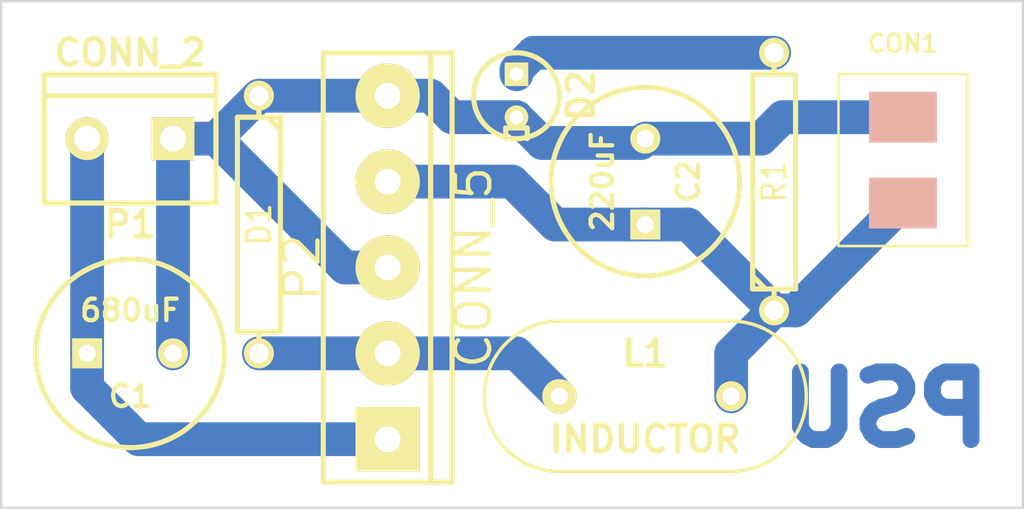
<source format=kicad_pcb>
(kicad_pcb (version 3) (host pcbnew "(2013-mar-13)-testing")

  (general
    (links 16)
    (no_connects 0)
    (area 17.704999 14.656999 78.307001 44.779001)
    (thickness 1.6)
    (drawings 6)
    (tracks 35)
    (zones 0)
    (modules 9)
    (nets 6)
  )

  (page A4)
  (layers
    (15 F.Cu signal)
    (0 B.Cu signal)
    (16 B.Adhes user)
    (17 F.Adhes user)
    (18 B.Paste user)
    (19 F.Paste user)
    (20 B.SilkS user)
    (21 F.SilkS user)
    (22 B.Mask user)
    (23 F.Mask user)
    (24 Dwgs.User user)
    (25 Cmts.User user)
    (26 Eco1.User user)
    (27 Eco2.User user)
    (28 Edge.Cuts user)
  )

  (setup
    (last_trace_width 2)
    (trace_clearance 0.254)
    (zone_clearance 0.508)
    (zone_45_only no)
    (trace_min 0.254)
    (segment_width 0.2)
    (edge_width 0.15)
    (via_size 0.889)
    (via_drill 0.635)
    (via_min_size 0.889)
    (via_min_drill 0.508)
    (uvia_size 0.508)
    (uvia_drill 0.127)
    (uvias_allowed no)
    (uvia_min_size 0.508)
    (uvia_min_drill 0.127)
    (pcb_text_width 0.3)
    (pcb_text_size 1 1)
    (mod_edge_width 0.15)
    (mod_text_size 1 1)
    (mod_text_width 0.15)
    (pad_size 4 3)
    (pad_drill 0)
    (pad_to_mask_clearance 0)
    (aux_axis_origin 0 0)
    (visible_elements 7FFFEFFF)
    (pcbplotparams
      (layerselection 1)
      (usegerberextensions true)
      (excludeedgelayer true)
      (linewidth 0.150000)
      (plotframeref false)
      (viasonmask false)
      (mode 1)
      (useauxorigin false)
      (hpglpennumber 1)
      (hpglpenspeed 20)
      (hpglpendiameter 15)
      (hpglpenoverlay 2)
      (psnegative false)
      (psa4output false)
      (plotreference true)
      (plotvalue true)
      (plotothertext true)
      (plotinvisibletext false)
      (padsonsilk false)
      (subtractmaskfromsilk false)
      (outputformat 1)
      (mirror false)
      (drillshape 0)
      (scaleselection 1)
      (outputdirectory ""))
  )

  (net 0 "")
  (net 1 N-0000010)
  (net 2 N-0000011)
  (net 3 N-0000012)
  (net 4 N-000004)
  (net 5 N-000009)

  (net_class Default "This is the default net class."
    (clearance 0.254)
    (trace_width 2)
    (via_dia 0.889)
    (via_drill 0.635)
    (uvia_dia 0.508)
    (uvia_drill 0.127)
    (add_net "")
    (add_net N-0000010)
    (add_net N-0000011)
    (add_net N-0000012)
    (add_net N-000004)
    (add_net N-000009)
  )

  (net_class Netclass ""
    (clearance 0.254)
    (trace_width 2)
    (via_dia 0.889)
    (via_drill 0.635)
    (uvia_dia 0.508)
    (uvia_drill 0.127)
  )

  (module USB_MINI_B (layer F.Cu) (tedit 5320F227) (tstamp 53219CCA)
    (at 71.12 24.13 180)
    (descr "USB Mini-B 5-pin SMD connector")
    (tags "USB, Mini-B, connector")
    (path /5320B6BD)
    (attr virtual)
    (fp_text reference CON1 (at 0 6.90118 180) (layer F.SilkS)
      (effects (font (size 1.016 1.016) (thickness 0.2032)))
    )
    (fp_text value USB-MINI-B (at 0 -7.0993 180) (layer F.SilkS) hide
      (effects (font (size 1.016 1.016) (thickness 0.2032)))
    )
    (fp_line (start -3.81 -5.08) (end 3.81 -5.08) (layer F.SilkS) (width 0.15))
    (fp_line (start 3.81 -5.08) (end 3.81 5.08) (layer F.SilkS) (width 0.15))
    (fp_line (start 3.81 5.08) (end -3.81 5.08) (layer F.SilkS) (width 0.15))
    (fp_line (start -3.81 5.08) (end -3.81 -5.08) (layer F.SilkS) (width 0.15))
    (pad 1 smd rect (at 0 -2.54 180) (size 4 3)
      (layers *.Adhes *.Paste *.SilkS *.Mask B.Cu Dwgs.User Eco1.User Eco2.User)
      (net 2 N-0000011)
    )
    (pad 5 smd rect (at 0 2.54 180) (size 4 3)
      (layers *.Adhes *.Paste *.SilkS *.Mask B.Cu Dwgs.User Eco1.User Eco2.User)
      (net 5 N-000009)
    )
  )

  (module C2V10 (layer F.Cu) (tedit 5320CBDE) (tstamp 5320D523)
    (at 25.4 35.56)
    (descr "Condensateur polarise")
    (tags CP)
    (path /5320B21F)
    (fp_text reference C1 (at 0 2.54) (layer F.SilkS)
      (effects (font (size 1.27 1.27) (thickness 0.254)))
    )
    (fp_text value 680uF (at 0 -2.54) (layer F.SilkS)
      (effects (font (size 1.27 1.27) (thickness 0.254)))
    )
    (fp_circle (center 0 0) (end 4.826 -2.794) (layer F.SilkS) (width 0.3048))
    (pad 1 thru_hole rect (at -2.54 0) (size 1.778 1.778) (drill 1.016)
      (layers *.Cu *.Mask F.SilkS)
      (net 3 N-0000012)
    )
    (pad 2 thru_hole circle (at 2.54 0) (size 1.778 1.778) (drill 1.016)
      (layers *.Cu *.Mask F.SilkS)
      (net 5 N-000009)
    )
    (model discret/c_vert_c2v10.wrl
      (at (xyz 0 0 0))
      (scale (xyz 1 1 1))
      (rotate (xyz 0 0 0))
    )
  )

  (module C2V10 (layer F.Cu) (tedit 5320D7CB) (tstamp 5320DAD9)
    (at 55.88 25.4 90)
    (descr "Condensateur polarise")
    (tags CP)
    (path /5320B22C)
    (fp_text reference C2 (at 0 2.54 90) (layer F.SilkS)
      (effects (font (size 1.27 1.27) (thickness 0.254)))
    )
    (fp_text value 220uF (at 0 -2.54 270) (layer F.SilkS)
      (effects (font (size 1.27 1.27) (thickness 0.254)))
    )
    (fp_circle (center 0 0) (end 4.826 -2.794) (layer F.SilkS) (width 0.3048))
    (pad 1 thru_hole rect (at -2.54 0 90) (size 1.778 1.778) (drill 1.016)
      (layers *.Cu *.Mask F.SilkS)
      (net 2 N-0000011)
    )
    (pad 2 thru_hole circle (at 2.54 0 90) (size 1.778 1.778) (drill 1.016)
      (layers *.Cu *.Mask F.SilkS)
      (net 5 N-000009)
    )
    (model discret/c_vert_c2v10.wrl
      (at (xyz 0 0 0))
      (scale (xyz 1 1 1))
      (rotate (xyz 0 0 0))
    )
  )

  (module R6 (layer F.Cu) (tedit 200000) (tstamp 5320D2AE)
    (at 33.02 27.94 270)
    (descr "Resistance 6 pas")
    (tags R)
    (path /5320B2A9)
    (autoplace_cost180 10)
    (fp_text reference D1 (at 0 0 270) (layer F.SilkS)
      (effects (font (size 1.397 1.27) (thickness 0.2032)))
    )
    (fp_text value 1N5824 (at 0.254 0 270) (layer F.SilkS) hide
      (effects (font (size 1.397 1.27) (thickness 0.2032)))
    )
    (fp_line (start -6.35 -1.27) (end 6.35 -1.27) (layer F.SilkS) (width 0.3048))
    (fp_line (start 6.35 -1.27) (end 6.35 1.27) (layer F.SilkS) (width 0.3048))
    (fp_line (start 6.35 1.27) (end -6.35 1.27) (layer F.SilkS) (width 0.3048))
    (fp_line (start 6.35 0) (end 7.62 0) (layer F.SilkS) (width 0.3048))
    (fp_line (start -7.62 0) (end -6.35 0) (layer F.SilkS) (width 0.3048))
    (fp_line (start -6.35 -0.508) (end -5.588 -1.27) (layer F.SilkS) (width 0.3048))
    (fp_line (start -6.35 -1.27) (end -6.35 1.27) (layer F.SilkS) (width 0.3048))
    (pad 1 thru_hole circle (at -7.62 0 270) (size 1.778 1.778) (drill 1.143)
      (layers *.Cu *.Mask F.SilkS)
      (net 5 N-000009)
    )
    (pad 2 thru_hole circle (at 7.62 0 270) (size 1.778 1.778) (drill 1.143)
      (layers *.Cu *.Mask F.SilkS)
      (net 4 N-000004)
    )
    (model discret/resistor.wrl
      (at (xyz 0 0 0))
      (scale (xyz 0.6 0.6 0.6))
      (rotate (xyz 0 0 0))
    )
  )

  (module LEDV (layer F.Cu) (tedit 200000) (tstamp 5320C464)
    (at 48.26 20.32 270)
    (descr "Led verticale diam 6mm")
    (tags "LED DEV")
    (path /5320B2CC)
    (fp_text reference D2 (at 0 -3.81 270) (layer F.SilkS)
      (effects (font (thickness 0.3048)))
    )
    (fp_text value LED (at 0 -3.81 270) (layer F.SilkS) hide
      (effects (font (thickness 0.3048)))
    )
    (fp_circle (center 0 0) (end -2.54 0) (layer F.SilkS) (width 0.3048))
    (fp_line (start 2.54 -0.635) (end 1.905 -0.635) (layer F.SilkS) (width 0.3048))
    (fp_line (start 1.905 -0.635) (end 1.905 0.635) (layer F.SilkS) (width 0.3048))
    (fp_line (start 1.905 0.635) (end 2.54 0.635) (layer F.SilkS) (width 0.3048))
    (pad 1 thru_hole rect (at -1.27 0 270) (size 1.397 1.397) (drill 0.8128)
      (layers *.Cu *.Mask F.SilkS)
      (net 1 N-0000010)
    )
    (pad 2 thru_hole circle (at 1.27 0 270) (size 1.397 1.397) (drill 0.8128)
      (layers *.Cu *.Mask F.SilkS)
      (net 5 N-000009)
    )
    (model discret/led5_vertical.wrl
      (at (xyz 0 0 0))
      (scale (xyz 1 1 1))
      (rotate (xyz 0 0 0))
    )
  )

  (module R6 (layer F.Cu) (tedit 200000) (tstamp 5320D435)
    (at 63.5 25.4 90)
    (descr "Resistance 6 pas")
    (tags R)
    (path /5320B2BD)
    (autoplace_cost180 10)
    (fp_text reference R1 (at 0 0 90) (layer F.SilkS)
      (effects (font (size 1.397 1.27) (thickness 0.2032)))
    )
    (fp_text value 230 (at 0.254 0 90) (layer F.SilkS) hide
      (effects (font (size 1.397 1.27) (thickness 0.2032)))
    )
    (fp_line (start -6.35 -1.27) (end 6.35 -1.27) (layer F.SilkS) (width 0.3048))
    (fp_line (start 6.35 -1.27) (end 6.35 1.27) (layer F.SilkS) (width 0.3048))
    (fp_line (start 6.35 1.27) (end -6.35 1.27) (layer F.SilkS) (width 0.3048))
    (fp_line (start 6.35 0) (end 7.62 0) (layer F.SilkS) (width 0.3048))
    (fp_line (start -7.62 0) (end -6.35 0) (layer F.SilkS) (width 0.3048))
    (fp_line (start -6.35 -0.508) (end -5.588 -1.27) (layer F.SilkS) (width 0.3048))
    (fp_line (start -6.35 -1.27) (end -6.35 1.27) (layer F.SilkS) (width 0.3048))
    (pad 1 thru_hole circle (at -7.62 0 90) (size 1.778 1.778) (drill 1.143)
      (layers *.Cu *.Mask F.SilkS)
      (net 2 N-0000011)
    )
    (pad 2 thru_hole circle (at 7.62 0 90) (size 1.778 1.778) (drill 1.143)
      (layers *.Cu *.Mask F.SilkS)
      (net 1 N-0000010)
    )
    (model discret/resistor.wrl
      (at (xyz 0 0 0))
      (scale (xyz 0.6 0.6 0.6))
      (rotate (xyz 0 0 0))
    )
  )

  (module bornier2 (layer F.Cu) (tedit 3EC0ED69) (tstamp 5320CBBA)
    (at 25.4 22.86 180)
    (descr "Bornier d'alimentation 2 pins")
    (tags DEV)
    (path /5320B32A)
    (fp_text reference P1 (at 0 -5.08 180) (layer F.SilkS)
      (effects (font (thickness 0.3048)))
    )
    (fp_text value CONN_2 (at 0 5.08 180) (layer F.SilkS)
      (effects (font (thickness 0.3048)))
    )
    (fp_line (start 5.08 2.54) (end -5.08 2.54) (layer F.SilkS) (width 0.3048))
    (fp_line (start 5.08 3.81) (end 5.08 -3.81) (layer F.SilkS) (width 0.3048))
    (fp_line (start 5.08 -3.81) (end -5.08 -3.81) (layer F.SilkS) (width 0.3048))
    (fp_line (start -5.08 -3.81) (end -5.08 3.81) (layer F.SilkS) (width 0.3048))
    (fp_line (start -5.08 3.81) (end 5.08 3.81) (layer F.SilkS) (width 0.3048))
    (pad 1 thru_hole rect (at -2.54 0 180) (size 2.54 2.54) (drill 1.524)
      (layers *.Cu *.Mask F.SilkS)
      (net 5 N-000009)
    )
    (pad 2 thru_hole circle (at 2.54 0 180) (size 2.54 2.54) (drill 1.524)
      (layers *.Cu *.Mask F.SilkS)
      (net 3 N-0000012)
    )
    (model device/bornier_2.wrl
      (at (xyz 0 0 0))
      (scale (xyz 1 1 1))
      (rotate (xyz 0 0 0))
    )
  )

  (module bornier5 (layer F.Cu) (tedit 4718A77C) (tstamp 5320CBC8)
    (at 40.64 30.48 90)
    (descr "Bornier d'alimentation 4 pins")
    (tags DEV)
    (path /5320B207)
    (fp_text reference P2 (at 0 -5.08 90) (layer F.SilkS)
      (effects (font (size 2.032 2.032) (thickness 0.254)))
    )
    (fp_text value CONN_5 (at 0 5.08 90) (layer F.SilkS)
      (effects (font (size 2.032 2.032) (thickness 0.254)))
    )
    (fp_line (start -12.7 3.81) (end 12.7 3.81) (layer F.SilkS) (width 0.3048))
    (fp_line (start -12.7 2.54) (end 12.7 2.54) (layer F.SilkS) (width 0.3048))
    (fp_line (start -12.7 -3.81) (end 12.7 -3.81) (layer F.SilkS) (width 0.3048))
    (fp_line (start 12.7 -3.81) (end 12.7 3.81) (layer F.SilkS) (width 0.3048))
    (fp_line (start -12.7 -3.81) (end -12.7 3.81) (layer F.SilkS) (width 0.3048))
    (pad 2 thru_hole circle (at -5.08 0 90) (size 3.81 3.81) (drill 1.524)
      (layers *.Cu *.Mask F.SilkS)
      (net 4 N-000004)
    )
    (pad 3 thru_hole circle (at 0 0 90) (size 3.81 3.81) (drill 1.524)
      (layers *.Cu *.Mask F.SilkS)
      (net 5 N-000009)
    )
    (pad 1 thru_hole rect (at -10.16 0 90) (size 3.81 3.81) (drill 1.524)
      (layers *.Cu *.Mask F.SilkS)
      (net 3 N-0000012)
    )
    (pad 4 thru_hole circle (at 5.08 0 90) (size 3.81 3.81) (drill 1.524)
      (layers *.Cu *.Mask F.SilkS)
      (net 2 N-0000011)
    )
    (pad 5 thru_hole circle (at 10.16 0 90) (size 3.81 3.81) (drill 1.524)
      (layers *.Cu *.Mask F.SilkS)
      (net 5 N-000009)
    )
    (model device/bornier_5.wrl
      (at (xyz 0 0 0))
      (scale (xyz 1 1 1))
      (rotate (xyz 0 0 0))
    )
  )

  (module HC-33UV (layer F.Cu) (tedit 5320D580) (tstamp 5320D40A)
    (at 55.88 38.1)
    (descr "Quartz boitier HC-33U Vertical")
    (tags "QUARTZ DEV")
    (path /5320B35C)
    (autoplace_cost180 10)
    (fp_text reference L1 (at 0 -2.54) (layer F.SilkS)
      (effects (font (thickness 0.3048)))
    )
    (fp_text value INDUCTOR (at 0 2.54) (layer F.SilkS)
      (effects (font (thickness 0.3048)))
    )
    (fp_line (start 5.08 4.445) (end -5.08 4.445) (layer F.SilkS) (width 0.2032))
    (fp_arc (start 5.08 0) (end 9.525 0) (angle 90) (layer F.SilkS) (width 0.2032))
    (fp_line (start -5.08 -4.445) (end 5.08 -4.445) (layer F.SilkS) (width 0.2032))
    (fp_arc (start 5.08 0) (end 5.08 -4.445) (angle 90) (layer F.SilkS) (width 0.2032))
    (fp_arc (start -5.08 0) (end -5.08 4.445) (angle 90) (layer F.SilkS) (width 0.2032))
    (fp_arc (start -5.08 0) (end -9.525 0) (angle 90) (layer F.SilkS) (width 0.2032))
    (pad 1 thru_hole circle (at -5.08 0) (size 2.032 2.032) (drill 1.016)
      (layers *.Cu *.Mask F.SilkS)
      (net 4 N-000004)
    )
    (pad 2 thru_hole circle (at 5.08 0) (size 1.778 1.778) (drill 1.016)
      (layers *.Cu *.Mask F.SilkS)
      (net 2 N-0000011)
    )
    (model discret\xtal\crystal_hc33u_vertical.wrl
      (at (xyz 0 0 0))
      (scale (xyz 0.8 0.8 0.8))
      (rotate (xyz 0 0 0))
    )
  )

  (gr_text PSU (at 70.104 38.862) (layer B.Cu)
    (effects (font (size 4 4) (thickness 1)) (justify mirror))
  )
  (gr_line (start 17.78 44.704) (end 18.796 44.704) (angle 90) (layer Edge.Cuts) (width 0.15))
  (gr_line (start 17.78 14.732) (end 17.78 44.704) (angle 90) (layer Edge.Cuts) (width 0.15))
  (gr_line (start 78.232 44.704) (end 18.796 44.704) (angle 90) (layer Edge.Cuts) (width 0.15))
  (gr_line (start 78.232 14.732) (end 78.232 44.704) (angle 90) (layer Edge.Cuts) (width 0.15))
  (gr_line (start 17.78 14.732) (end 78.232 14.732) (angle 90) (layer Edge.Cuts) (width 0.15))

  (segment (start 48.26 19.05) (end 48.26 18.796) (width 2) (layer B.Cu) (net 1))
  (segment (start 49.276 17.78) (end 63.5 17.78) (width 2) (layer B.Cu) (net 1) (tstamp 5320F0DA))
  (segment (start 48.26 18.796) (end 49.276 17.78) (width 2) (layer B.Cu) (net 1) (tstamp 5320F0D9))
  (segment (start 63.5 33.02) (end 64.77 33.02) (width 2) (layer B.Cu) (net 2) (status 400000))
  (segment (start 64.77 33.02) (end 71.12 26.67) (width 2) (layer B.Cu) (net 2) (tstamp 5320F2F3) (status 800000))
  (segment (start 55.88 27.94) (end 58.42 27.94) (width 2) (layer B.Cu) (net 2))
  (segment (start 58.42 27.94) (end 63.5 33.02) (width 2) (layer B.Cu) (net 2) (tstamp 5320F0E6))
  (segment (start 40.64 25.4) (end 48.006 25.4) (width 2) (layer B.Cu) (net 2))
  (segment (start 50.546 27.94) (end 55.88 27.94) (width 2) (layer B.Cu) (net 2) (tstamp 5320F0D2))
  (segment (start 48.006 25.4) (end 50.546 27.94) (width 2) (layer B.Cu) (net 2) (tstamp 5320F0D1))
  (segment (start 60.96 38.1) (end 60.96 35.56) (width 2) (layer B.Cu) (net 2))
  (segment (start 60.96 35.56) (end 63.5 33.02) (width 2) (layer B.Cu) (net 2) (tstamp 5320F0CE))
  (segment (start 22.86 35.56) (end 22.86 37.592) (width 2) (layer B.Cu) (net 3))
  (segment (start 25.908 40.64) (end 40.64 40.64) (width 2) (layer B.Cu) (net 3) (tstamp 5320F0C6))
  (segment (start 22.86 37.592) (end 25.908 40.64) (width 2) (layer B.Cu) (net 3) (tstamp 5320F0C4))
  (segment (start 22.86 22.86) (end 22.86 35.56) (width 2) (layer B.Cu) (net 3))
  (segment (start 40.64 35.56) (end 48.26 35.56) (width 2) (layer B.Cu) (net 4))
  (segment (start 48.26 35.56) (end 50.8 38.1) (width 2) (layer B.Cu) (net 4) (tstamp 5320F0CB))
  (segment (start 33.02 35.56) (end 40.64 35.56) (width 2) (layer B.Cu) (net 4))
  (segment (start 55.88 22.86) (end 62.738 22.86) (width 2) (layer B.Cu) (net 5) (status 400000))
  (segment (start 64.008 21.59) (end 71.12 21.59) (width 2) (layer B.Cu) (net 5) (tstamp 5320F2F0) (status 800000))
  (segment (start 62.738 22.86) (end 64.008 21.59) (width 2) (layer B.Cu) (net 5) (tstamp 5320F2EF))
  (segment (start 48.26 21.59) (end 49.784 23.114) (width 2) (layer B.Cu) (net 5))
  (segment (start 55.626 23.114) (end 55.88 22.86) (width 2) (layer B.Cu) (net 5) (tstamp 5320F0DF))
  (segment (start 49.784 23.114) (end 55.626 23.114) (width 2) (layer B.Cu) (net 5) (tstamp 5320F0DD))
  (segment (start 40.64 20.32) (end 43.18 20.32) (width 2) (layer B.Cu) (net 5))
  (segment (start 44.45 21.59) (end 48.26 21.59) (width 2) (layer B.Cu) (net 5) (tstamp 5320F0D6))
  (segment (start 43.18 20.32) (end 44.45 21.59) (width 2) (layer B.Cu) (net 5) (tstamp 5320F0D5))
  (segment (start 30.48 22.86) (end 37.084 29.464) (width 2) (layer B.Cu) (net 5))
  (segment (start 38.1 30.48) (end 40.64 30.48) (width 2) (layer B.Cu) (net 5) (tstamp 5320F0BC))
  (segment (start 37.084 29.464) (end 38.1 30.48) (width 2) (layer B.Cu) (net 5) (tstamp 5320F0B4))
  (segment (start 33.02 20.32) (end 40.64 20.32) (width 2) (layer B.Cu) (net 5))
  (segment (start 27.94 22.86) (end 30.48 22.86) (width 2) (layer B.Cu) (net 5))
  (segment (start 30.48 22.86) (end 33.02 20.32) (width 2) (layer B.Cu) (net 5) (tstamp 5320F0AB))
  (segment (start 27.94 22.86) (end 27.94 35.56) (width 2) (layer B.Cu) (net 5))

)

</source>
